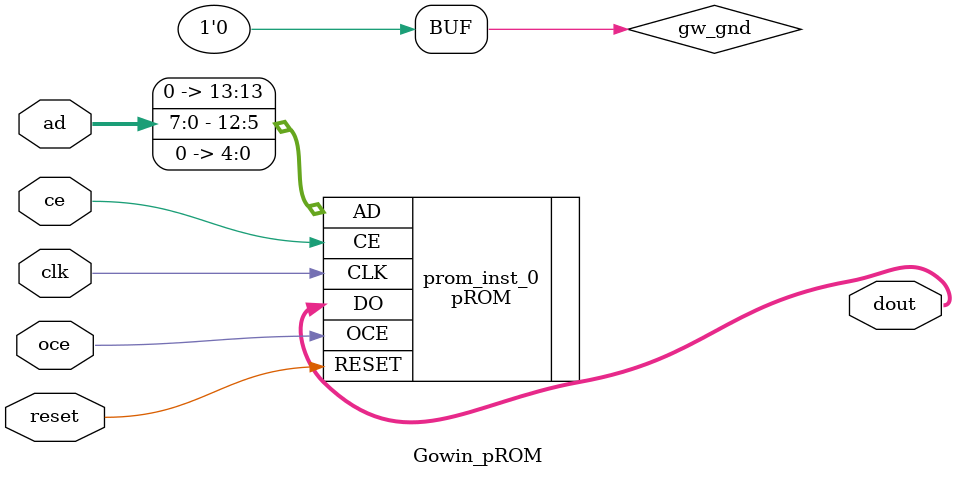
<source format=v>

module Gowin_pROM (dout, clk, oce, ce, reset, ad);

output [31:0] dout;
input clk;
input oce;
input ce;
input reset;
input [7:0] ad;

wire gw_gnd;

assign gw_gnd = 1'b0;

pROM prom_inst_0 (
    .DO(dout[31:0]),
    .CLK(clk),
    .OCE(oce),
    .CE(ce),
    .RESET(reset),
    .AD({gw_gnd,ad[7:0],gw_gnd,gw_gnd,gw_gnd,gw_gnd,gw_gnd})
);

defparam prom_inst_0.READ_MODE = 1'b0;
defparam prom_inst_0.BIT_WIDTH = 32;
defparam prom_inst_0.RESET_MODE = "SYNC";
defparam prom_inst_0.INIT_RAM_00 = 256'h40000301C000020026000004C0000207C8FFFFFF26000001C0000107C8FFFFFF;
defparam prom_inst_0.INIT_RAM_01 = 256'hE0000000E0000000E0000000E0000000C0000002C0000001E000000081060102;
defparam prom_inst_0.INIT_RAM_02 = 256'hC0020007C0020007C0020007C0020007C0020007C0020007C0020007C0020007;
defparam prom_inst_0.INIT_RAM_03 = 256'hC0020007C0020007C0020007C0020007C0020007C0020007C0020007C0020007;
defparam prom_inst_0.INIT_RAM_04 = 256'hC0050007C0050007C0050007C0050007C0050007C0050007C0050007C0050007;
defparam prom_inst_0.INIT_RAM_05 = 256'hC0050007C0050007C0050007C0050007C0050007C0050007C0050007C0050007;
defparam prom_inst_0.INIT_RAM_06 = 256'hC0050007C0050007C0050007C0050007C0050007C0050007C0050007C0050007;
defparam prom_inst_0.INIT_RAM_07 = 256'hC0050007C0050007C0050007C0050007C0050007C0050007C0050007C0050007;
defparam prom_inst_0.INIT_RAM_08 = 256'hC0050007C0050007C0050007C0050007C0050007C0050007C0050007C0050007;
defparam prom_inst_0.INIT_RAM_09 = 256'hC0050007C0050007C0050007C0050007C0050007C0050007C0050007C0050000;
defparam prom_inst_0.INIT_RAM_0A = 256'hC0050007C0050007C0050007C0050007C0050007C0050007C0050007C0050007;
defparam prom_inst_0.INIT_RAM_0B = 256'hC0050007C0050007C0050007C0050007C0050007C0050007C0050007C0050007;
defparam prom_inst_0.INIT_RAM_0C = 256'hC0050007C0050007C0050007C0050007C0050007C0050007C0050007C0050007;
defparam prom_inst_0.INIT_RAM_0D = 256'hC0050007C0050007C0050007C0050007C0050007C0050007C0050007C0050007;
defparam prom_inst_0.INIT_RAM_0E = 256'hC0050007C0050007C0050007C0050007C0050007C0050007C0050007C0050007;
defparam prom_inst_0.INIT_RAM_0F = 256'hC0050007C0050007C0050007C0050007C0050007C0050007C0050007C0050007;
defparam prom_inst_0.INIT_RAM_10 = 256'hC0050007C0050007C0050007C0050007C0050007C0050007C0050007C0050007;
defparam prom_inst_0.INIT_RAM_11 = 256'hC0050007C0050007C0050007C0050007C0050007C0050007C0050007C0050007;
defparam prom_inst_0.INIT_RAM_12 = 256'hC0050007C0050007C0050007C0050007C0050007C0050007C0050007C0050007;
defparam prom_inst_0.INIT_RAM_13 = 256'hC0050007C0050007C0050007C0050007C0050007C0050007C0050007C0050007;
defparam prom_inst_0.INIT_RAM_14 = 256'hC0050007C0050007C0050007C0050007C0050007C0050007C0050007C0050007;
defparam prom_inst_0.INIT_RAM_15 = 256'hC0050007C0050007C0050007C0050007C0050007C0050007C0050007C0050007;
defparam prom_inst_0.INIT_RAM_16 = 256'hC0050007C0050007C0050007C0050007C0050007C0050007C0050007C0050007;
defparam prom_inst_0.INIT_RAM_17 = 256'hC0050007C0050007C0050007C0050007C0050007C0050007C0050007C0050007;
defparam prom_inst_0.INIT_RAM_18 = 256'hC0050007C0050007C0050007C0050007C0050007C0050007C0050007C0050007;
defparam prom_inst_0.INIT_RAM_19 = 256'hC0050007C0050007C0050007C0050007C0050007C0050007C0050007C0050007;
defparam prom_inst_0.INIT_RAM_1A = 256'hC0050007C0050007C0050007C0050007C0050007C0050007C0050007C0050007;
defparam prom_inst_0.INIT_RAM_1B = 256'hC0050007C0050007C0050007C0050007C0050007C0050007C0050007C0050007;
defparam prom_inst_0.INIT_RAM_1C = 256'hC0050007C0050007C0050007C0050007C0050007C0050007C0050007C0050007;
defparam prom_inst_0.INIT_RAM_1D = 256'hC0050007C0050007C0050007C0050007C0050007C0050007C0050007C0050007;
defparam prom_inst_0.INIT_RAM_1E = 256'hC0050007C0050007C0050007C0050007C0050007C0050007C0050007C0050007;
defparam prom_inst_0.INIT_RAM_1F = 256'hC0050007C0050007C0050007C0050007C0050007C0050007C0050007C0050007;

endmodule //Gowin_pROM

</source>
